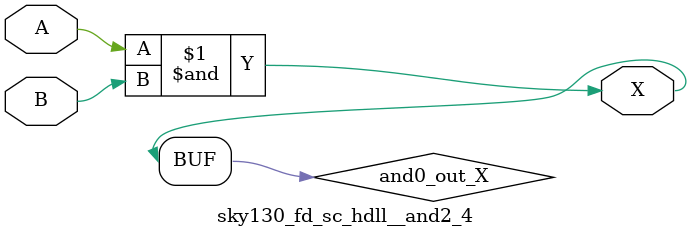
<source format=v>
/*
 * Copyright 2020 The SkyWater PDK Authors
 *
 * Licensed under the Apache License, Version 2.0 (the "License");
 * you may not use this file except in compliance with the License.
 * You may obtain a copy of the License at
 *
 *     https://www.apache.org/licenses/LICENSE-2.0
 *
 * Unless required by applicable law or agreed to in writing, software
 * distributed under the License is distributed on an "AS IS" BASIS,
 * WITHOUT WARRANTIES OR CONDITIONS OF ANY KIND, either express or implied.
 * See the License for the specific language governing permissions and
 * limitations under the License.
 *
 * SPDX-License-Identifier: Apache-2.0
*/


`ifndef SKY130_FD_SC_HDLL__AND2_4_FUNCTIONAL_V
`define SKY130_FD_SC_HDLL__AND2_4_FUNCTIONAL_V

/**
 * and2: 2-input AND.
 *
 * Verilog simulation functional model.
 */

`timescale 1ns / 1ps
`default_nettype none

`celldefine
module sky130_fd_sc_hdll__and2_4 (
    X,
    A,
    B
);

    // Module ports
    output X;
    input  A;
    input  B;

    // Local signals
    wire and0_out_X;

    //  Name  Output      Other arguments
    and and0 (and0_out_X, A, B           );
    buf buf0 (X         , and0_out_X     );

endmodule
`endcelldefine

`default_nettype wire
`endif  // SKY130_FD_SC_HDLL__AND2_4_FUNCTIONAL_V

</source>
